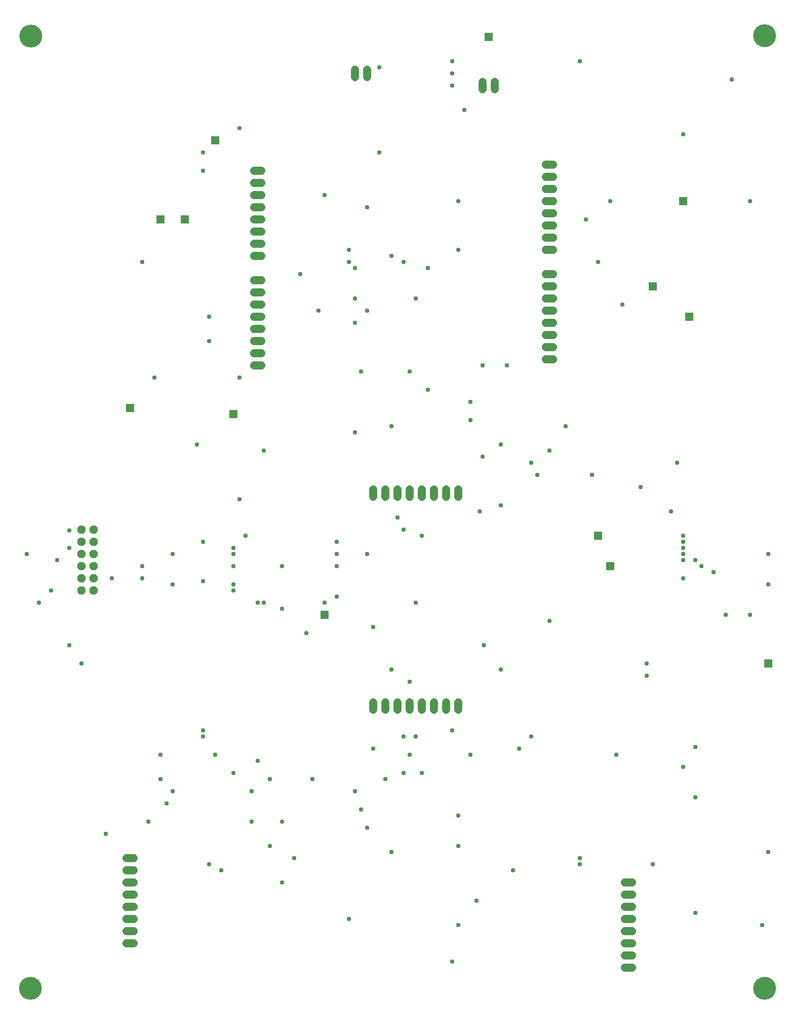
<source format=gbr>
G04 EAGLE Gerber X2 export*
%TF.Part,Single*%
%TF.FileFunction,Soldermask,Bot,1*%
%TF.FilePolarity,Negative*%
%TF.GenerationSoftware,Autodesk,EAGLE,9.0.1*%
%TF.CreationDate,2019-04-22T21:04:02Z*%
G75*
%MOMM*%
%FSLAX34Y34*%
%LPD*%
%AMOC8*
5,1,8,0,0,1.08239X$1,22.5*%
G01*
%ADD10P,1.869504X8X112.500000*%
%ADD11C,1.711200*%
%ADD12C,0.959600*%
%ADD13R,1.703200X1.703200*%
%ADD14C,4.775200*%


D10*
X165100Y863600D03*
X165100Y889000D03*
X165100Y914400D03*
X165100Y939800D03*
X165100Y965200D03*
X165100Y990600D03*
X139700Y863600D03*
X139700Y889000D03*
X139700Y914400D03*
X139700Y939800D03*
X139700Y965200D03*
X139700Y990600D03*
D11*
X500460Y1689100D02*
X515540Y1689100D01*
X515540Y1663700D02*
X500460Y1663700D01*
X500460Y1460500D02*
X515540Y1460500D01*
X515540Y1435100D02*
X500460Y1435100D01*
X500460Y1384300D02*
X515540Y1384300D01*
X515540Y1409700D02*
X500460Y1409700D01*
X500460Y1358900D02*
X515540Y1358900D01*
X515540Y1333500D02*
X500460Y1333500D01*
X1110060Y1346200D02*
X1125140Y1346200D01*
X1125140Y1371600D02*
X1110060Y1371600D01*
X1110060Y1422400D02*
X1125140Y1422400D01*
X1125140Y1397000D02*
X1110060Y1397000D01*
X927100Y1074340D02*
X927100Y1059260D01*
X901700Y1059260D02*
X901700Y1074340D01*
X876300Y1074340D02*
X876300Y1059260D01*
X850900Y1059260D02*
X850900Y1074340D01*
X1110060Y1524000D02*
X1125140Y1524000D01*
X1125140Y1498600D02*
X1110060Y1498600D01*
X1110060Y1447800D02*
X1125140Y1447800D01*
X1125140Y1473200D02*
X1110060Y1473200D01*
X825500Y1074340D02*
X825500Y1059260D01*
X800100Y1059260D02*
X800100Y1074340D01*
X515540Y1739900D02*
X500460Y1739900D01*
X500460Y1714500D02*
X515540Y1714500D01*
X749300Y1074340D02*
X749300Y1059260D01*
X774700Y1059260D02*
X774700Y1074340D01*
X927100Y629840D02*
X927100Y614760D01*
X901700Y614760D02*
X901700Y629840D01*
X850900Y629840D02*
X850900Y614760D01*
X876300Y614760D02*
X876300Y629840D01*
X825500Y629840D02*
X825500Y614760D01*
X800100Y614760D02*
X800100Y629840D01*
X774700Y629840D02*
X774700Y614760D01*
X749300Y614760D02*
X749300Y629840D01*
X1275160Y254000D02*
X1290240Y254000D01*
X1290240Y228600D02*
X1275160Y228600D01*
X1275160Y203200D02*
X1290240Y203200D01*
X1290240Y177800D02*
X1275160Y177800D01*
X1275160Y127000D02*
X1290240Y127000D01*
X1290240Y152400D02*
X1275160Y152400D01*
X1275160Y101600D02*
X1290240Y101600D01*
X1290240Y76200D02*
X1275160Y76200D01*
X248840Y304800D02*
X233760Y304800D01*
X233760Y279400D02*
X248840Y279400D01*
X1110060Y1600200D02*
X1125140Y1600200D01*
X1125140Y1574800D02*
X1110060Y1574800D01*
X248840Y228600D02*
X233760Y228600D01*
X233760Y254000D02*
X248840Y254000D01*
X248840Y203200D02*
X233760Y203200D01*
X233760Y177800D02*
X248840Y177800D01*
X248840Y127000D02*
X233760Y127000D01*
X233760Y152400D02*
X248840Y152400D01*
X977900Y1910160D02*
X977900Y1925240D01*
X1003300Y1925240D02*
X1003300Y1910160D01*
X736600Y1935560D02*
X736600Y1950640D01*
X711200Y1950640D02*
X711200Y1935560D01*
X1110060Y1727200D02*
X1125140Y1727200D01*
X1125140Y1752600D02*
X1110060Y1752600D01*
X515540Y1612900D02*
X500460Y1612900D01*
X500460Y1638300D02*
X515540Y1638300D01*
X515540Y1562100D02*
X500460Y1562100D01*
X500460Y1587500D02*
X515540Y1587500D01*
X1110060Y1625600D02*
X1125140Y1625600D01*
X1125140Y1651000D02*
X1110060Y1651000D01*
X1110060Y1676400D02*
X1125140Y1676400D01*
X1125140Y1701800D02*
X1110060Y1701800D01*
X515540Y1485900D02*
X500460Y1485900D01*
X500460Y1511300D02*
X515540Y1511300D01*
D12*
X762000Y1955800D03*
X850900Y977900D03*
X774700Y469900D03*
X698500Y177800D03*
X647700Y1689100D03*
X1257300Y520700D03*
X457200Y863600D03*
X330200Y444500D03*
X787400Y1206500D03*
X736600Y1447800D03*
X1485900Y812800D03*
X1206500Y1104900D03*
X1574800Y939800D03*
X1574800Y876300D03*
X749300Y787400D03*
X980920Y749300D03*
X76200Y863600D03*
X977900Y1143000D03*
X977900Y1333500D03*
X698500Y1574800D03*
X914400Y88900D03*
X139700Y711200D03*
X971832Y1028700D03*
X266700Y1549400D03*
X812800Y1549400D03*
X393700Y1778000D03*
X762000Y1778000D03*
X965200Y215900D03*
X114300Y749300D03*
X114300Y952500D03*
X114300Y988425D03*
X711200Y1536700D03*
X647700Y838200D03*
X838200Y838200D03*
X520700Y838200D03*
X457200Y952500D03*
X939800Y1866900D03*
X927100Y1676400D03*
X927100Y165100D03*
X927100Y330200D03*
X1397000Y495300D03*
X495300Y444500D03*
X508000Y508000D03*
X508000Y838200D03*
X533400Y330200D03*
X495300Y381000D03*
X952500Y1257300D03*
X952500Y1219200D03*
X1308100Y1079500D03*
X1371600Y1028700D03*
X469900Y1054100D03*
X927100Y1574800D03*
X863600Y1536700D03*
X838200Y1473200D03*
D13*
X419100Y1803400D03*
D12*
X1397000Y1816100D03*
X1435100Y914400D03*
D13*
X990600Y2019300D03*
D12*
X1498600Y1930400D03*
X914400Y1943100D03*
X812800Y990600D03*
X698500Y1549400D03*
X736600Y1663700D03*
X596900Y1524000D03*
X635000Y1447800D03*
X787400Y698500D03*
X25400Y939800D03*
X50800Y838200D03*
X393700Y882932D03*
X393700Y1739900D03*
X1397000Y889000D03*
D13*
X355600Y1638300D03*
D12*
X330200Y876300D03*
X457200Y876300D03*
D13*
X304800Y1638300D03*
D12*
X787400Y1562100D03*
X1422400Y927100D03*
D13*
X1409700Y1435100D03*
X457200Y1231900D03*
D12*
X1117600Y1155700D03*
X1219200Y1549400D03*
D13*
X1333500Y1498600D03*
D12*
X1244600Y1676400D03*
X1536700Y812800D03*
X1536700Y1676400D03*
D13*
X1397000Y1676400D03*
D12*
X1193800Y1638300D03*
X1181100Y1968500D03*
X914400Y1968500D03*
X723900Y1320800D03*
X711200Y1473200D03*
X469900Y1308100D03*
X292100Y1308100D03*
X558800Y914400D03*
X266700Y889000D03*
D13*
X241300Y1244600D03*
D12*
X406400Y1435100D03*
X711200Y1193800D03*
X711200Y1422400D03*
X406400Y1384300D03*
X381000Y1168400D03*
X520700Y1155700D03*
X825500Y1320800D03*
X863600Y1282700D03*
X1028700Y1333500D03*
X1092200Y1104900D03*
X1016000Y1041400D03*
X1384300Y1130300D03*
X1270000Y1460500D03*
X1151807Y1206500D03*
X1016000Y1168400D03*
X1079500Y1130300D03*
X800100Y1016000D03*
X1397000Y977900D03*
D13*
X1219200Y977900D03*
D12*
X558800Y825500D03*
X1117600Y800100D03*
D13*
X647700Y812800D03*
D12*
X914400Y571500D03*
X838200Y558800D03*
X1320800Y711200D03*
X1016000Y698500D03*
X393700Y558800D03*
X812800Y558800D03*
X825500Y673100D03*
X1320800Y685800D03*
X825500Y520700D03*
X419100Y520700D03*
X952500Y520700D03*
X317500Y419100D03*
X431800Y279400D03*
X558800Y381000D03*
X723900Y406400D03*
X749300Y533400D03*
X558800Y254000D03*
X1054100Y533400D03*
X711200Y444500D03*
X736600Y368300D03*
X1079500Y558800D03*
X1041400Y279400D03*
X584200Y304800D03*
X787400Y317500D03*
X457200Y482600D03*
X279400Y381000D03*
X533400Y469900D03*
X622300Y469900D03*
X850900Y482600D03*
X812800Y482600D03*
X1422400Y190500D03*
X1422400Y431800D03*
X1422400Y536100D03*
X1562100Y165100D03*
X1333500Y292100D03*
X1181100Y292100D03*
X393700Y571500D03*
X304800Y520700D03*
X304800Y469900D03*
X406400Y292100D03*
X1574800Y317500D03*
X1181100Y304800D03*
D13*
X1574800Y711200D03*
D12*
X673100Y914400D03*
X1460500Y901700D03*
D13*
X1244600Y914400D03*
D12*
X203200Y889000D03*
X673100Y939800D03*
X1397000Y939800D03*
X673100Y850900D03*
X736600Y939800D03*
X266700Y914400D03*
X457200Y914400D03*
X1397000Y927100D03*
X330200Y939800D03*
X457200Y939800D03*
X1397000Y952500D03*
X393700Y965200D03*
X673100Y965200D03*
X1397000Y965200D03*
X482600Y977900D03*
X88900Y927100D03*
X927100Y393700D03*
X190500Y355600D03*
X469900Y1828800D03*
X609600Y774700D03*
X914400Y1917700D03*
D14*
X34290Y2020570D03*
X1567180Y2021840D03*
X33020Y33020D03*
X1567180Y33020D03*
M02*

</source>
